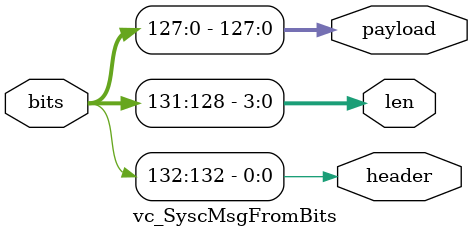
<source format=v>

`ifndef VC_SYSC_MSG_V
`define VC_SYSC_MSG_V


// Payload field

`define VC_SYSC_MSG_PAYLOAD_SZ( p_payload_sz )                           \
  p_payload_sz

`define VC_SYSC_MSG_PAYLOAD_MSB( p_payload_sz )                          \
  ( `VC_SYSC_MSG_PAYLOAD_SZ( p_payload_sz ) - 1 )

`define VC_SYSC_MSG_PAYLOAD_FIELD( p_payload_sz )                        \
  (`VC_SYSC_MSG_PAYLOAD_MSB( p_payload_sz )):                            \
  0

// Length field

`define VC_SYSC_MSG_LEN_SZ( p_payload_sz )                               \
  ($clog2(p_payload_sz/8))

`define VC_SYSC_MSG_LEN_MSB( p_payload_sz )                              \
  (   `VC_SYSC_MSG_PAYLOAD_MSB( p_payload_sz )                           \
    + `VC_SYSC_MSG_LEN_SZ( p_payload_sz ) )

`define VC_SYSC_MSG_LEN_FIELD( p_payload_sz )                            \
  (`VC_SYSC_MSG_LEN_MSB( p_payload_sz )):                                \
  (`VC_SYSC_MSG_PAYLOAD_MSB( p_payload_sz ) + 1)

// Header field

`define VC_SYSC_MSG_HEADER_SZ( p_payload_sz ) 1
`define VC_SYSC_MSG_HEADER_HEAD               1'b0
`define VC_SYSC_MSG_HEADER_BODY               1'b1

`define VC_SYSC_MSG_HEADER_MSB( p_payload_sz )                           \
  (   `VC_SYSC_MSG_LEN_MSB( p_payload_sz )                               \
    + `VC_SYSC_MSG_HEADER_SZ( p_payload_sz ) )

`define VC_SYSC_MSG_HEADER_FIELD( p_payload_sz )                         \
  (`VC_SYSC_MSG_HEADER_MSB( p_payload_sz )):                             \
  (`VC_SYSC_MSG_LEN_MSB( p_payload_sz ) + 1)

// Total size of message

`define VC_SYSC_MSG_SZ( p_payload_sz )                                   \
  (   `VC_SYSC_MSG_HEADER_SZ( p_payload_sz )                             \
    + `VC_SYSC_MSG_LEN_SZ( p_payload_sz )                                \
    + `VC_SYSC_MSG_PAYLOAD_SZ(  p_payload_sz ) )

//------------------------------------------------------------------------
// Convert message to bits
//------------------------------------------------------------------------

module vc_SyscMsgToBits
#(
  parameter p_payload_sz = 128
)(
  // Input message

  input [`VC_SYSC_MSG_HEADER_SZ(p_payload_sz)-1:0]  header,
  input [`VC_SYSC_MSG_LEN_SZ(p_payload_sz)-1:0]     len,
  input [`VC_SYSC_MSG_PAYLOAD_SZ(p_payload_sz)-1:0] payload,

  // Output bits

  output [`VC_SYSC_MSG_SZ(p_payload_sz)-1:0] bits
);

  assign bits[`VC_SYSC_MSG_HEADER_FIELD(p_payload_sz)]  = header;
  assign bits[`VC_SYSC_MSG_LEN_FIELD(p_payload_sz)]     = len;
  assign bits[`VC_SYSC_MSG_PAYLOAD_FIELD(p_payload_sz)] = payload;

endmodule

//------------------------------------------------------------------------
// Convert message from bits
//------------------------------------------------------------------------

module vc_SyscMsgFromBits
#(
  parameter p_payload_sz = 128
)(
  // Input bits

  input [`VC_SYSC_MSG_SZ(p_payload_sz)-1:0] bits,

  // Output message

  output [`VC_SYSC_MSG_HEADER_SZ(p_payload_sz)-1:0]  header,
  output [`VC_SYSC_MSG_LEN_SZ(p_payload_sz)-1:0]     len,
  output [`VC_SYSC_MSG_PAYLOAD_SZ(p_payload_sz)-1:0] payload
);

  assign header  = bits[`VC_SYSC_MSG_HEADER_FIELD(p_payload_sz)];
  assign len     = bits[`VC_SYSC_MSG_LEN_FIELD(p_payload_sz)];
  assign payload = bits[`VC_SYSC_MSG_PAYLOAD_FIELD(p_payload_sz)];

endmodule

//------------------------------------------------------------------------
// Convert message to string
//------------------------------------------------------------------------

`ifndef SYNTHESIS
module vc_SyscMsgToStr
#(
  parameter p_payload_sz = 128
)(
  input [`VC_SYSC_MSG_SZ(p_payload_sz)-1:0] msg
);

  // Extract fields

  wire [`VC_SYSC_MSG_HEADER_SZ(p_payload_sz)-1:0]  header;
  wire [`VC_SYSC_MSG_LEN_SZ(p_payload_sz)-1:0]     len;
  wire [`VC_SYSC_MSG_PAYLOAD_SZ(p_payload_sz)-1:0] payload;

  vc_SyscMsgFromBits#(p_payload_sz) sysc_msg_from_bits
  (
    .bits    (msg),
    .header  (header),
    .len     (len),
    .payload (payload)
  );

  // Short names

  localparam c_msg_sz = `VC_SYSC_MSG_SZ(p_payload_sz);
  localparam c_head   = `VC_SYSC_MSG_HEADER_HEAD;
  localparam c_body   = `VC_SYSC_MSG_HEADER_BODY;

  // Full string sized for 41 characters

  reg [2*8-1:0]  len_str;
  reg [32*8-1:0] payload_str;

  reg [41*8-1:0] full_str;
  always @(*) begin

    $sformat( len_str,     "%x", len  );
    $sformat( payload_str, "%x", payload );

    if ( msg === {c_msg_sz{1'bx}} )
      $sformat( full_str, "x          ");
    else begin
      case ( header )
        c_head   : $sformat( full_str, "head :%s:%s", len_str, payload_str );
        c_body   : $sformat( full_str, "body :%s:%s", len_str, payload_str );
        default  : $sformat( full_str, "undefined header" );
      endcase
    end

  end

  // Tiny string sized for 2 characters

  reg [2*8-1:0] tiny_str;
  always @(*) begin

    if ( msg === {c_msg_sz{1'bx}} )
      $sformat( tiny_str, "x ");
    else begin
      case ( header )
        c_head   : $sformat( tiny_str, "he" );
        c_body   : $sformat( tiny_str, "bo" );
        default  : $sformat( tiny_str, "??" );
      endcase
    end

  end

endmodule
`endif /* SYNTHESIS */

`endif


</source>
